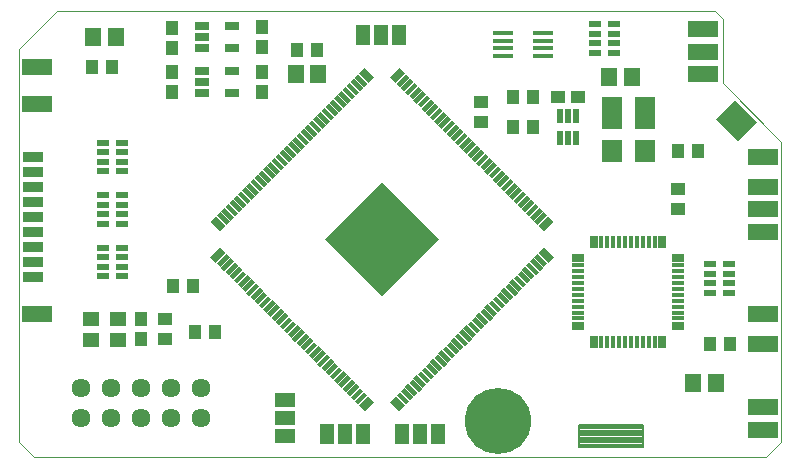
<source format=gts>
G75*
%MOIN*%
%OFA0B0*%
%FSLAX25Y25*%
%IPPOS*%
%LPD*%
%AMOC8*
5,1,8,0,0,1.08239X$1,22.5*
%
%ADD10C,0.00000*%
%ADD11C,0.00800*%
%ADD12R,0.10400X0.05400*%
%ADD13R,0.05518X0.06306*%
%ADD14R,0.04731X0.04337*%
%ADD15R,0.06699X0.11030*%
%ADD16R,0.06699X0.07487*%
%ADD17R,0.04337X0.04731*%
%ADD18R,0.06699X0.03550*%
%ADD19R,0.05000X0.06700*%
%ADD20R,0.06700X0.05000*%
%ADD21R,0.05400X0.10400*%
%ADD22R,0.03937X0.02362*%
%ADD23R,0.26778X0.26778*%
%ADD24R,0.04429X0.02756*%
%ADD25R,0.04429X0.01575*%
%ADD26R,0.02756X0.04429*%
%ADD27R,0.04337X0.02762*%
%ADD28R,0.04337X0.01581*%
%ADD29R,0.02762X0.04337*%
%ADD30R,0.01581X0.04337*%
%ADD31R,0.01975X0.04534*%
%ADD32R,0.06699X0.01581*%
%ADD33R,0.05124X0.02565*%
%ADD34C,0.06337*%
%ADD35R,0.05518X0.04731*%
%ADD36C,0.22054*%
%ADD37C,0.06306*%
%ADD38C,0.04534*%
D10*
X0009500Y0011000D02*
X0241000Y0011000D01*
X0246000Y0011000D01*
X0249500Y0011000D01*
X0252500Y0011000D01*
X0253500Y0011000D01*
X0258500Y0016000D01*
X0258500Y0116000D01*
X0239000Y0135500D01*
X0239000Y0157000D01*
X0236500Y0159500D01*
X0017000Y0159500D01*
X0004500Y0147000D01*
X0004500Y0016000D01*
X0009500Y0011000D01*
D11*
X0191300Y0014300D02*
X0191300Y0021700D01*
X0212600Y0021700D01*
X0212600Y0014300D01*
X0191300Y0014300D01*
X0191300Y0014993D02*
X0212600Y0014993D01*
X0212600Y0015791D02*
X0191300Y0015791D01*
X0191300Y0016590D02*
X0212600Y0016590D01*
X0212600Y0017388D02*
X0191300Y0017388D01*
X0191300Y0018187D02*
X0212600Y0018187D01*
X0212600Y0018985D02*
X0191300Y0018985D01*
X0191300Y0019784D02*
X0212600Y0019784D01*
X0212600Y0020582D02*
X0191300Y0020582D01*
X0191300Y0021381D02*
X0212600Y0021381D01*
D12*
X0252500Y0020000D03*
X0252500Y0027500D03*
X0252500Y0048500D03*
X0252500Y0058500D03*
X0252500Y0086000D03*
X0252500Y0093500D03*
X0252500Y0101000D03*
X0252500Y0111000D03*
X0232500Y0138500D03*
X0232500Y0146000D03*
X0232500Y0153500D03*
X0010500Y0141000D03*
X0010500Y0128500D03*
X0010500Y0058500D03*
D13*
X0096760Y0138500D03*
X0104240Y0138500D03*
X0036740Y0151000D03*
X0029260Y0151000D03*
X0201260Y0137500D03*
X0208740Y0137500D03*
X0229260Y0035500D03*
X0236740Y0035500D03*
D14*
X0224000Y0093654D03*
X0224000Y0100346D03*
X0190846Y0131000D03*
X0184154Y0131000D03*
X0158500Y0129346D03*
X0158500Y0122654D03*
X0053000Y0056846D03*
X0053000Y0050154D03*
D15*
X0201988Y0125500D03*
X0213012Y0125500D03*
D16*
X0213012Y0113000D03*
X0201988Y0113000D03*
D17*
X0224154Y0113000D03*
X0230846Y0113000D03*
X0175846Y0121000D03*
X0169154Y0121000D03*
X0169154Y0131000D03*
X0175846Y0131000D03*
X0103846Y0146500D03*
X0097154Y0146500D03*
X0085500Y0147654D03*
X0085500Y0154346D03*
X0085500Y0139346D03*
X0085500Y0132654D03*
X0055500Y0132654D03*
X0055500Y0139346D03*
X0055500Y0147154D03*
X0055500Y0153846D03*
X0035346Y0141000D03*
X0028654Y0141000D03*
X0055654Y0068000D03*
X0062346Y0068000D03*
X0045000Y0056846D03*
X0045000Y0050154D03*
X0063154Y0052500D03*
X0069846Y0052500D03*
X0234654Y0048500D03*
X0241346Y0048500D03*
D18*
X0009000Y0071000D03*
X0009000Y0076000D03*
X0009000Y0081000D03*
X0009000Y0086000D03*
X0009000Y0091000D03*
X0009000Y0096000D03*
X0009000Y0101000D03*
X0009000Y0106000D03*
X0009000Y0111000D03*
D19*
X0119000Y0151500D03*
X0125000Y0151500D03*
X0131000Y0151500D03*
X0132000Y0018500D03*
X0138000Y0018500D03*
X0144000Y0018500D03*
X0119000Y0018500D03*
X0113000Y0018500D03*
X0107000Y0018500D03*
D20*
X0093000Y0018000D03*
X0093000Y0024000D03*
X0093000Y0030000D03*
D21*
G36*
X0248086Y0120233D02*
X0244267Y0116414D01*
X0236914Y0123767D01*
X0240733Y0127586D01*
X0248086Y0120233D01*
G37*
G36*
X0250586Y0122733D02*
X0246767Y0118914D01*
X0239414Y0126267D01*
X0243233Y0130086D01*
X0250586Y0122733D01*
G37*
D22*
X0202650Y0145776D03*
X0202650Y0148925D03*
X0202650Y0152075D03*
X0202650Y0155224D03*
X0196350Y0155224D03*
X0196350Y0152075D03*
X0196350Y0148925D03*
X0196350Y0145776D03*
X0234850Y0075224D03*
X0234850Y0072075D03*
X0234850Y0068925D03*
X0234850Y0065776D03*
X0241150Y0065776D03*
X0241150Y0068925D03*
X0241150Y0072075D03*
X0241150Y0075224D03*
X0038650Y0074425D03*
X0038650Y0071276D03*
X0032350Y0071276D03*
X0032350Y0074425D03*
X0032350Y0077575D03*
X0032350Y0080724D03*
X0038650Y0080724D03*
X0038650Y0077575D03*
X0038650Y0088776D03*
X0038650Y0091925D03*
X0038650Y0095075D03*
X0038650Y0098224D03*
X0032350Y0098224D03*
X0032350Y0095075D03*
X0032350Y0091925D03*
X0032350Y0088776D03*
X0032350Y0106276D03*
X0032350Y0109425D03*
X0032350Y0112575D03*
X0032350Y0115724D03*
X0038650Y0115724D03*
X0038650Y0112575D03*
X0038650Y0109425D03*
X0038650Y0106276D03*
D23*
G36*
X0144434Y0083500D02*
X0125500Y0064566D01*
X0106566Y0083500D01*
X0125500Y0102434D01*
X0144434Y0083500D01*
G37*
D24*
G36*
X0182777Y0089276D02*
X0179647Y0086146D01*
X0177699Y0088094D01*
X0180829Y0091224D01*
X0182777Y0089276D01*
G37*
G36*
X0133224Y0138829D02*
X0130094Y0135699D01*
X0128146Y0137647D01*
X0131276Y0140777D01*
X0133224Y0138829D01*
G37*
G36*
X0073301Y0078906D02*
X0070171Y0075776D01*
X0068223Y0077724D01*
X0071353Y0080854D01*
X0073301Y0078906D01*
G37*
G36*
X0122854Y0029353D02*
X0119724Y0026223D01*
X0117776Y0028171D01*
X0120906Y0031301D01*
X0122854Y0029353D01*
G37*
D25*
G36*
X0120627Y0031580D02*
X0117496Y0028449D01*
X0116383Y0029562D01*
X0119514Y0032693D01*
X0120627Y0031580D01*
G37*
G36*
X0119236Y0032972D02*
X0116105Y0029841D01*
X0114992Y0030954D01*
X0118123Y0034085D01*
X0119236Y0032972D01*
G37*
G36*
X0117844Y0034364D02*
X0114713Y0031233D01*
X0113600Y0032346D01*
X0116731Y0035477D01*
X0117844Y0034364D01*
G37*
G36*
X0116452Y0035756D02*
X0113321Y0032625D01*
X0112208Y0033738D01*
X0115339Y0036869D01*
X0116452Y0035756D01*
G37*
G36*
X0115060Y0037148D02*
X0111929Y0034017D01*
X0110816Y0035130D01*
X0113947Y0038261D01*
X0115060Y0037148D01*
G37*
G36*
X0113668Y0038540D02*
X0110537Y0035409D01*
X0109424Y0036522D01*
X0112555Y0039653D01*
X0113668Y0038540D01*
G37*
G36*
X0112276Y0039932D02*
X0109145Y0036801D01*
X0108032Y0037914D01*
X0111163Y0041045D01*
X0112276Y0039932D01*
G37*
G36*
X0110884Y0041324D02*
X0107753Y0038193D01*
X0106640Y0039306D01*
X0109771Y0042437D01*
X0110884Y0041324D01*
G37*
G36*
X0109492Y0042716D02*
X0106361Y0039585D01*
X0105248Y0040698D01*
X0108379Y0043829D01*
X0109492Y0042716D01*
G37*
G36*
X0108100Y0044108D02*
X0104969Y0040977D01*
X0103856Y0042090D01*
X0106987Y0045221D01*
X0108100Y0044108D01*
G37*
G36*
X0106708Y0045500D02*
X0103577Y0042369D01*
X0102464Y0043482D01*
X0105595Y0046613D01*
X0106708Y0045500D01*
G37*
G36*
X0105316Y0046892D02*
X0102185Y0043761D01*
X0101072Y0044874D01*
X0104203Y0048005D01*
X0105316Y0046892D01*
G37*
G36*
X0103924Y0048284D02*
X0100793Y0045153D01*
X0099680Y0046266D01*
X0102811Y0049397D01*
X0103924Y0048284D01*
G37*
G36*
X0102532Y0049676D02*
X0099401Y0046545D01*
X0098288Y0047658D01*
X0101419Y0050789D01*
X0102532Y0049676D01*
G37*
G36*
X0101140Y0051068D02*
X0098009Y0047937D01*
X0096896Y0049050D01*
X0100027Y0052181D01*
X0101140Y0051068D01*
G37*
G36*
X0099748Y0052460D02*
X0096617Y0049329D01*
X0095504Y0050442D01*
X0098635Y0053573D01*
X0099748Y0052460D01*
G37*
G36*
X0098356Y0053851D02*
X0095225Y0050720D01*
X0094112Y0051833D01*
X0097243Y0054964D01*
X0098356Y0053851D01*
G37*
G36*
X0096964Y0055243D02*
X0093833Y0052112D01*
X0092720Y0053225D01*
X0095851Y0056356D01*
X0096964Y0055243D01*
G37*
G36*
X0095573Y0056635D02*
X0092442Y0053504D01*
X0091329Y0054617D01*
X0094460Y0057748D01*
X0095573Y0056635D01*
G37*
G36*
X0094181Y0058027D02*
X0091050Y0054896D01*
X0089937Y0056009D01*
X0093068Y0059140D01*
X0094181Y0058027D01*
G37*
G36*
X0092789Y0059419D02*
X0089658Y0056288D01*
X0088545Y0057401D01*
X0091676Y0060532D01*
X0092789Y0059419D01*
G37*
G36*
X0091397Y0060811D02*
X0088266Y0057680D01*
X0087153Y0058793D01*
X0090284Y0061924D01*
X0091397Y0060811D01*
G37*
G36*
X0090005Y0062203D02*
X0086874Y0059072D01*
X0085761Y0060185D01*
X0088892Y0063316D01*
X0090005Y0062203D01*
G37*
G36*
X0088613Y0063595D02*
X0085482Y0060464D01*
X0084369Y0061577D01*
X0087500Y0064708D01*
X0088613Y0063595D01*
G37*
G36*
X0087221Y0064987D02*
X0084090Y0061856D01*
X0082977Y0062969D01*
X0086108Y0066100D01*
X0087221Y0064987D01*
G37*
G36*
X0085829Y0066379D02*
X0082698Y0063248D01*
X0081585Y0064361D01*
X0084716Y0067492D01*
X0085829Y0066379D01*
G37*
G36*
X0084437Y0067771D02*
X0081306Y0064640D01*
X0080193Y0065753D01*
X0083324Y0068884D01*
X0084437Y0067771D01*
G37*
G36*
X0083045Y0069163D02*
X0079914Y0066032D01*
X0078801Y0067145D01*
X0081932Y0070276D01*
X0083045Y0069163D01*
G37*
G36*
X0081653Y0070555D02*
X0078522Y0067424D01*
X0077409Y0068537D01*
X0080540Y0071668D01*
X0081653Y0070555D01*
G37*
G36*
X0080261Y0071947D02*
X0077130Y0068816D01*
X0076017Y0069929D01*
X0079148Y0073060D01*
X0080261Y0071947D01*
G37*
G36*
X0078869Y0073339D02*
X0075738Y0070208D01*
X0074625Y0071321D01*
X0077756Y0074452D01*
X0078869Y0073339D01*
G37*
G36*
X0077477Y0074731D02*
X0074346Y0071600D01*
X0073233Y0072713D01*
X0076364Y0075844D01*
X0077477Y0074731D01*
G37*
G36*
X0076085Y0076123D02*
X0072954Y0072992D01*
X0071841Y0074105D01*
X0074972Y0077236D01*
X0076085Y0076123D01*
G37*
G36*
X0074693Y0077514D02*
X0071562Y0074383D01*
X0070449Y0075496D01*
X0073580Y0078627D01*
X0074693Y0077514D01*
G37*
G36*
X0073580Y0088373D02*
X0070449Y0091504D01*
X0071562Y0092617D01*
X0074693Y0089486D01*
X0073580Y0088373D01*
G37*
G36*
X0074972Y0089764D02*
X0071841Y0092895D01*
X0072954Y0094008D01*
X0076085Y0090877D01*
X0074972Y0089764D01*
G37*
G36*
X0076364Y0091156D02*
X0073233Y0094287D01*
X0074346Y0095400D01*
X0077477Y0092269D01*
X0076364Y0091156D01*
G37*
G36*
X0077756Y0092548D02*
X0074625Y0095679D01*
X0075738Y0096792D01*
X0078869Y0093661D01*
X0077756Y0092548D01*
G37*
G36*
X0079148Y0093940D02*
X0076017Y0097071D01*
X0077130Y0098184D01*
X0080261Y0095053D01*
X0079148Y0093940D01*
G37*
G36*
X0080540Y0095332D02*
X0077409Y0098463D01*
X0078522Y0099576D01*
X0081653Y0096445D01*
X0080540Y0095332D01*
G37*
G36*
X0081932Y0096724D02*
X0078801Y0099855D01*
X0079914Y0100968D01*
X0083045Y0097837D01*
X0081932Y0096724D01*
G37*
G36*
X0083324Y0098116D02*
X0080193Y0101247D01*
X0081306Y0102360D01*
X0084437Y0099229D01*
X0083324Y0098116D01*
G37*
G36*
X0084716Y0099508D02*
X0081585Y0102639D01*
X0082698Y0103752D01*
X0085829Y0100621D01*
X0084716Y0099508D01*
G37*
G36*
X0086108Y0100900D02*
X0082977Y0104031D01*
X0084090Y0105144D01*
X0087221Y0102013D01*
X0086108Y0100900D01*
G37*
G36*
X0087500Y0102292D02*
X0084369Y0105423D01*
X0085482Y0106536D01*
X0088613Y0103405D01*
X0087500Y0102292D01*
G37*
G36*
X0088892Y0103684D02*
X0085761Y0106815D01*
X0086874Y0107928D01*
X0090005Y0104797D01*
X0088892Y0103684D01*
G37*
G36*
X0090284Y0105076D02*
X0087153Y0108207D01*
X0088266Y0109320D01*
X0091397Y0106189D01*
X0090284Y0105076D01*
G37*
G36*
X0091676Y0106468D02*
X0088545Y0109599D01*
X0089658Y0110712D01*
X0092789Y0107581D01*
X0091676Y0106468D01*
G37*
G36*
X0093068Y0107860D02*
X0089937Y0110991D01*
X0091050Y0112104D01*
X0094181Y0108973D01*
X0093068Y0107860D01*
G37*
G36*
X0094460Y0109252D02*
X0091329Y0112383D01*
X0092442Y0113496D01*
X0095573Y0110365D01*
X0094460Y0109252D01*
G37*
G36*
X0095851Y0110644D02*
X0092720Y0113775D01*
X0093833Y0114888D01*
X0096964Y0111757D01*
X0095851Y0110644D01*
G37*
G36*
X0097243Y0112036D02*
X0094112Y0115167D01*
X0095225Y0116280D01*
X0098356Y0113149D01*
X0097243Y0112036D01*
G37*
G36*
X0098635Y0113427D02*
X0095504Y0116558D01*
X0096617Y0117671D01*
X0099748Y0114540D01*
X0098635Y0113427D01*
G37*
G36*
X0100027Y0114819D02*
X0096896Y0117950D01*
X0098009Y0119063D01*
X0101140Y0115932D01*
X0100027Y0114819D01*
G37*
G36*
X0101419Y0116211D02*
X0098288Y0119342D01*
X0099401Y0120455D01*
X0102532Y0117324D01*
X0101419Y0116211D01*
G37*
G36*
X0102811Y0117603D02*
X0099680Y0120734D01*
X0100793Y0121847D01*
X0103924Y0118716D01*
X0102811Y0117603D01*
G37*
G36*
X0104203Y0118995D02*
X0101072Y0122126D01*
X0102185Y0123239D01*
X0105316Y0120108D01*
X0104203Y0118995D01*
G37*
G36*
X0105595Y0120387D02*
X0102464Y0123518D01*
X0103577Y0124631D01*
X0106708Y0121500D01*
X0105595Y0120387D01*
G37*
G36*
X0106987Y0121779D02*
X0103856Y0124910D01*
X0104969Y0126023D01*
X0108100Y0122892D01*
X0106987Y0121779D01*
G37*
G36*
X0108379Y0123171D02*
X0105248Y0126302D01*
X0106361Y0127415D01*
X0109492Y0124284D01*
X0108379Y0123171D01*
G37*
G36*
X0109771Y0124563D02*
X0106640Y0127694D01*
X0107753Y0128807D01*
X0110884Y0125676D01*
X0109771Y0124563D01*
G37*
G36*
X0111163Y0125955D02*
X0108032Y0129086D01*
X0109145Y0130199D01*
X0112276Y0127068D01*
X0111163Y0125955D01*
G37*
G36*
X0112555Y0127347D02*
X0109424Y0130478D01*
X0110537Y0131591D01*
X0113668Y0128460D01*
X0112555Y0127347D01*
G37*
G36*
X0113947Y0128739D02*
X0110816Y0131870D01*
X0111929Y0132983D01*
X0115060Y0129852D01*
X0113947Y0128739D01*
G37*
G36*
X0115339Y0130131D02*
X0112208Y0133262D01*
X0113321Y0134375D01*
X0116452Y0131244D01*
X0115339Y0130131D01*
G37*
G36*
X0116731Y0131523D02*
X0113600Y0134654D01*
X0114713Y0135767D01*
X0117844Y0132636D01*
X0116731Y0131523D01*
G37*
G36*
X0118123Y0132915D02*
X0114992Y0136046D01*
X0116105Y0137159D01*
X0119236Y0134028D01*
X0118123Y0132915D01*
G37*
G36*
X0119514Y0134307D02*
X0116383Y0137438D01*
X0117496Y0138551D01*
X0120627Y0135420D01*
X0119514Y0134307D01*
G37*
G36*
X0130373Y0135420D02*
X0133504Y0138551D01*
X0134617Y0137438D01*
X0131486Y0134307D01*
X0130373Y0135420D01*
G37*
G36*
X0131764Y0134028D02*
X0134895Y0137159D01*
X0136008Y0136046D01*
X0132877Y0132915D01*
X0131764Y0134028D01*
G37*
G36*
X0133156Y0132636D02*
X0136287Y0135767D01*
X0137400Y0134654D01*
X0134269Y0131523D01*
X0133156Y0132636D01*
G37*
G36*
X0134548Y0131244D02*
X0137679Y0134375D01*
X0138792Y0133262D01*
X0135661Y0130131D01*
X0134548Y0131244D01*
G37*
G36*
X0135940Y0129852D02*
X0139071Y0132983D01*
X0140184Y0131870D01*
X0137053Y0128739D01*
X0135940Y0129852D01*
G37*
G36*
X0137332Y0128460D02*
X0140463Y0131591D01*
X0141576Y0130478D01*
X0138445Y0127347D01*
X0137332Y0128460D01*
G37*
G36*
X0138724Y0127068D02*
X0141855Y0130199D01*
X0142968Y0129086D01*
X0139837Y0125955D01*
X0138724Y0127068D01*
G37*
G36*
X0140116Y0125676D02*
X0143247Y0128807D01*
X0144360Y0127694D01*
X0141229Y0124563D01*
X0140116Y0125676D01*
G37*
G36*
X0141508Y0124284D02*
X0144639Y0127415D01*
X0145752Y0126302D01*
X0142621Y0123171D01*
X0141508Y0124284D01*
G37*
G36*
X0142900Y0122892D02*
X0146031Y0126023D01*
X0147144Y0124910D01*
X0144013Y0121779D01*
X0142900Y0122892D01*
G37*
G36*
X0144292Y0121500D02*
X0147423Y0124631D01*
X0148536Y0123518D01*
X0145405Y0120387D01*
X0144292Y0121500D01*
G37*
G36*
X0145684Y0120108D02*
X0148815Y0123239D01*
X0149928Y0122126D01*
X0146797Y0118995D01*
X0145684Y0120108D01*
G37*
G36*
X0147076Y0118716D02*
X0150207Y0121847D01*
X0151320Y0120734D01*
X0148189Y0117603D01*
X0147076Y0118716D01*
G37*
G36*
X0148468Y0117324D02*
X0151599Y0120455D01*
X0152712Y0119342D01*
X0149581Y0116211D01*
X0148468Y0117324D01*
G37*
G36*
X0149860Y0115932D02*
X0152991Y0119063D01*
X0154104Y0117950D01*
X0150973Y0114819D01*
X0149860Y0115932D01*
G37*
G36*
X0151252Y0114540D02*
X0154383Y0117671D01*
X0155496Y0116558D01*
X0152365Y0113427D01*
X0151252Y0114540D01*
G37*
G36*
X0152644Y0113149D02*
X0155775Y0116280D01*
X0156888Y0115167D01*
X0153757Y0112036D01*
X0152644Y0113149D01*
G37*
G36*
X0154036Y0111757D02*
X0157167Y0114888D01*
X0158280Y0113775D01*
X0155149Y0110644D01*
X0154036Y0111757D01*
G37*
G36*
X0155427Y0110365D02*
X0158558Y0113496D01*
X0159671Y0112383D01*
X0156540Y0109252D01*
X0155427Y0110365D01*
G37*
G36*
X0156819Y0108973D02*
X0159950Y0112104D01*
X0161063Y0110991D01*
X0157932Y0107860D01*
X0156819Y0108973D01*
G37*
G36*
X0158211Y0107581D02*
X0161342Y0110712D01*
X0162455Y0109599D01*
X0159324Y0106468D01*
X0158211Y0107581D01*
G37*
G36*
X0159603Y0106189D02*
X0162734Y0109320D01*
X0163847Y0108207D01*
X0160716Y0105076D01*
X0159603Y0106189D01*
G37*
G36*
X0160995Y0104797D02*
X0164126Y0107928D01*
X0165239Y0106815D01*
X0162108Y0103684D01*
X0160995Y0104797D01*
G37*
G36*
X0162387Y0103405D02*
X0165518Y0106536D01*
X0166631Y0105423D01*
X0163500Y0102292D01*
X0162387Y0103405D01*
G37*
G36*
X0163779Y0102013D02*
X0166910Y0105144D01*
X0168023Y0104031D01*
X0164892Y0100900D01*
X0163779Y0102013D01*
G37*
G36*
X0165171Y0100621D02*
X0168302Y0103752D01*
X0169415Y0102639D01*
X0166284Y0099508D01*
X0165171Y0100621D01*
G37*
G36*
X0166563Y0099229D02*
X0169694Y0102360D01*
X0170807Y0101247D01*
X0167676Y0098116D01*
X0166563Y0099229D01*
G37*
G36*
X0167955Y0097837D02*
X0171086Y0100968D01*
X0172199Y0099855D01*
X0169068Y0096724D01*
X0167955Y0097837D01*
G37*
G36*
X0169347Y0096445D02*
X0172478Y0099576D01*
X0173591Y0098463D01*
X0170460Y0095332D01*
X0169347Y0096445D01*
G37*
G36*
X0170739Y0095053D02*
X0173870Y0098184D01*
X0174983Y0097071D01*
X0171852Y0093940D01*
X0170739Y0095053D01*
G37*
G36*
X0172131Y0093661D02*
X0175262Y0096792D01*
X0176375Y0095679D01*
X0173244Y0092548D01*
X0172131Y0093661D01*
G37*
G36*
X0173523Y0092269D02*
X0176654Y0095400D01*
X0177767Y0094287D01*
X0174636Y0091156D01*
X0173523Y0092269D01*
G37*
G36*
X0174915Y0090877D02*
X0178046Y0094008D01*
X0179159Y0092895D01*
X0176028Y0089764D01*
X0174915Y0090877D01*
G37*
G36*
X0176307Y0089486D02*
X0179438Y0092617D01*
X0180551Y0091504D01*
X0177420Y0088373D01*
X0176307Y0089486D01*
G37*
G36*
X0177420Y0078627D02*
X0180551Y0075496D01*
X0179438Y0074383D01*
X0176307Y0077514D01*
X0177420Y0078627D01*
G37*
G36*
X0176028Y0077236D02*
X0179159Y0074105D01*
X0178046Y0072992D01*
X0174915Y0076123D01*
X0176028Y0077236D01*
G37*
G36*
X0174636Y0075844D02*
X0177767Y0072713D01*
X0176654Y0071600D01*
X0173523Y0074731D01*
X0174636Y0075844D01*
G37*
G36*
X0173244Y0074452D02*
X0176375Y0071321D01*
X0175262Y0070208D01*
X0172131Y0073339D01*
X0173244Y0074452D01*
G37*
G36*
X0171852Y0073060D02*
X0174983Y0069929D01*
X0173870Y0068816D01*
X0170739Y0071947D01*
X0171852Y0073060D01*
G37*
G36*
X0170460Y0071668D02*
X0173591Y0068537D01*
X0172478Y0067424D01*
X0169347Y0070555D01*
X0170460Y0071668D01*
G37*
G36*
X0169068Y0070276D02*
X0172199Y0067145D01*
X0171086Y0066032D01*
X0167955Y0069163D01*
X0169068Y0070276D01*
G37*
G36*
X0167676Y0068884D02*
X0170807Y0065753D01*
X0169694Y0064640D01*
X0166563Y0067771D01*
X0167676Y0068884D01*
G37*
G36*
X0166284Y0067492D02*
X0169415Y0064361D01*
X0168302Y0063248D01*
X0165171Y0066379D01*
X0166284Y0067492D01*
G37*
G36*
X0164892Y0066100D02*
X0168023Y0062969D01*
X0166910Y0061856D01*
X0163779Y0064987D01*
X0164892Y0066100D01*
G37*
G36*
X0163500Y0064708D02*
X0166631Y0061577D01*
X0165518Y0060464D01*
X0162387Y0063595D01*
X0163500Y0064708D01*
G37*
G36*
X0162108Y0063316D02*
X0165239Y0060185D01*
X0164126Y0059072D01*
X0160995Y0062203D01*
X0162108Y0063316D01*
G37*
G36*
X0160716Y0061924D02*
X0163847Y0058793D01*
X0162734Y0057680D01*
X0159603Y0060811D01*
X0160716Y0061924D01*
G37*
G36*
X0159324Y0060532D02*
X0162455Y0057401D01*
X0161342Y0056288D01*
X0158211Y0059419D01*
X0159324Y0060532D01*
G37*
G36*
X0157932Y0059140D02*
X0161063Y0056009D01*
X0159950Y0054896D01*
X0156819Y0058027D01*
X0157932Y0059140D01*
G37*
G36*
X0156540Y0057748D02*
X0159671Y0054617D01*
X0158558Y0053504D01*
X0155427Y0056635D01*
X0156540Y0057748D01*
G37*
G36*
X0155149Y0056356D02*
X0158280Y0053225D01*
X0157167Y0052112D01*
X0154036Y0055243D01*
X0155149Y0056356D01*
G37*
G36*
X0153757Y0054964D02*
X0156888Y0051833D01*
X0155775Y0050720D01*
X0152644Y0053851D01*
X0153757Y0054964D01*
G37*
G36*
X0152365Y0053573D02*
X0155496Y0050442D01*
X0154383Y0049329D01*
X0151252Y0052460D01*
X0152365Y0053573D01*
G37*
G36*
X0150973Y0052181D02*
X0154104Y0049050D01*
X0152991Y0047937D01*
X0149860Y0051068D01*
X0150973Y0052181D01*
G37*
G36*
X0149581Y0050789D02*
X0152712Y0047658D01*
X0151599Y0046545D01*
X0148468Y0049676D01*
X0149581Y0050789D01*
G37*
G36*
X0148189Y0049397D02*
X0151320Y0046266D01*
X0150207Y0045153D01*
X0147076Y0048284D01*
X0148189Y0049397D01*
G37*
G36*
X0146797Y0048005D02*
X0149928Y0044874D01*
X0148815Y0043761D01*
X0145684Y0046892D01*
X0146797Y0048005D01*
G37*
G36*
X0145405Y0046613D02*
X0148536Y0043482D01*
X0147423Y0042369D01*
X0144292Y0045500D01*
X0145405Y0046613D01*
G37*
G36*
X0144013Y0045221D02*
X0147144Y0042090D01*
X0146031Y0040977D01*
X0142900Y0044108D01*
X0144013Y0045221D01*
G37*
G36*
X0142621Y0043829D02*
X0145752Y0040698D01*
X0144639Y0039585D01*
X0141508Y0042716D01*
X0142621Y0043829D01*
G37*
G36*
X0141229Y0042437D02*
X0144360Y0039306D01*
X0143247Y0038193D01*
X0140116Y0041324D01*
X0141229Y0042437D01*
G37*
G36*
X0139837Y0041045D02*
X0142968Y0037914D01*
X0141855Y0036801D01*
X0138724Y0039932D01*
X0139837Y0041045D01*
G37*
G36*
X0138445Y0039653D02*
X0141576Y0036522D01*
X0140463Y0035409D01*
X0137332Y0038540D01*
X0138445Y0039653D01*
G37*
G36*
X0137053Y0038261D02*
X0140184Y0035130D01*
X0139071Y0034017D01*
X0135940Y0037148D01*
X0137053Y0038261D01*
G37*
G36*
X0135661Y0036869D02*
X0138792Y0033738D01*
X0137679Y0032625D01*
X0134548Y0035756D01*
X0135661Y0036869D01*
G37*
G36*
X0134269Y0035477D02*
X0137400Y0032346D01*
X0136287Y0031233D01*
X0133156Y0034364D01*
X0134269Y0035477D01*
G37*
G36*
X0132877Y0034085D02*
X0136008Y0030954D01*
X0134895Y0029841D01*
X0131764Y0032972D01*
X0132877Y0034085D01*
G37*
G36*
X0131486Y0032693D02*
X0134617Y0029562D01*
X0133504Y0028449D01*
X0130373Y0031580D01*
X0131486Y0032693D01*
G37*
D26*
G36*
X0133224Y0028171D02*
X0131276Y0026223D01*
X0128146Y0029353D01*
X0130094Y0031301D01*
X0133224Y0028171D01*
G37*
G36*
X0182777Y0077724D02*
X0180829Y0075776D01*
X0177699Y0078906D01*
X0179647Y0080854D01*
X0182777Y0077724D01*
G37*
G36*
X0122854Y0137647D02*
X0120906Y0135699D01*
X0117776Y0138829D01*
X0119724Y0140777D01*
X0122854Y0137647D01*
G37*
G36*
X0073301Y0088094D02*
X0071353Y0086146D01*
X0068223Y0089276D01*
X0070171Y0091224D01*
X0073301Y0088094D01*
G37*
D27*
X0190768Y0077417D03*
X0224232Y0077417D03*
X0224232Y0054583D03*
X0190768Y0054583D03*
D28*
X0190768Y0057142D03*
X0190768Y0059110D03*
X0190768Y0061079D03*
X0190768Y0063047D03*
X0190768Y0065016D03*
X0190768Y0066984D03*
X0190768Y0068953D03*
X0190768Y0070921D03*
X0190768Y0072890D03*
X0190768Y0074858D03*
X0224232Y0074858D03*
X0224232Y0072890D03*
X0224232Y0070921D03*
X0224232Y0068953D03*
X0224232Y0066984D03*
X0224232Y0065016D03*
X0224232Y0063047D03*
X0224232Y0061079D03*
X0224232Y0059110D03*
X0224232Y0057142D03*
D29*
X0218917Y0049268D03*
X0196083Y0049268D03*
X0196083Y0082732D03*
X0218917Y0082732D03*
D30*
X0216358Y0082732D03*
X0214390Y0082732D03*
X0212421Y0082732D03*
X0210453Y0082732D03*
X0208484Y0082732D03*
X0206516Y0082732D03*
X0204547Y0082732D03*
X0202579Y0082732D03*
X0200610Y0082732D03*
X0198642Y0082732D03*
X0198642Y0049268D03*
X0200610Y0049268D03*
X0202579Y0049268D03*
X0204547Y0049268D03*
X0206516Y0049268D03*
X0208484Y0049268D03*
X0210453Y0049268D03*
X0212421Y0049268D03*
X0214390Y0049268D03*
X0216358Y0049268D03*
D31*
X0190059Y0117358D03*
X0187500Y0117358D03*
X0184941Y0117358D03*
X0184941Y0124642D03*
X0187500Y0124642D03*
X0190059Y0124642D03*
D32*
X0179193Y0144661D03*
X0179193Y0147220D03*
X0179193Y0149780D03*
X0179193Y0152339D03*
X0165807Y0152339D03*
X0165807Y0149780D03*
X0165807Y0147220D03*
X0165807Y0144661D03*
D33*
X0075619Y0147260D03*
X0065381Y0147260D03*
X0065381Y0151000D03*
X0065381Y0154740D03*
X0075619Y0154740D03*
X0075619Y0139740D03*
X0075619Y0132260D03*
X0065381Y0132260D03*
X0065381Y0136000D03*
X0065381Y0139740D03*
D34*
X0065000Y0034000D03*
X0055000Y0034000D03*
X0045000Y0034000D03*
X0035000Y0034000D03*
X0025000Y0034000D03*
X0025000Y0024000D03*
X0035000Y0024000D03*
X0045000Y0024000D03*
X0055000Y0024000D03*
X0065000Y0024000D03*
D35*
X0037528Y0049957D03*
X0028472Y0049957D03*
X0028472Y0057043D03*
X0037528Y0057043D03*
D36*
X0164000Y0023000D03*
D37*
X0125500Y0073000D03*
X0125500Y0083500D03*
X0115000Y0083500D03*
X0125500Y0094000D03*
X0136000Y0083500D03*
D38*
X0130750Y0088500D03*
X0120250Y0088750D03*
X0120250Y0078000D03*
X0131000Y0078000D03*
M02*

</source>
